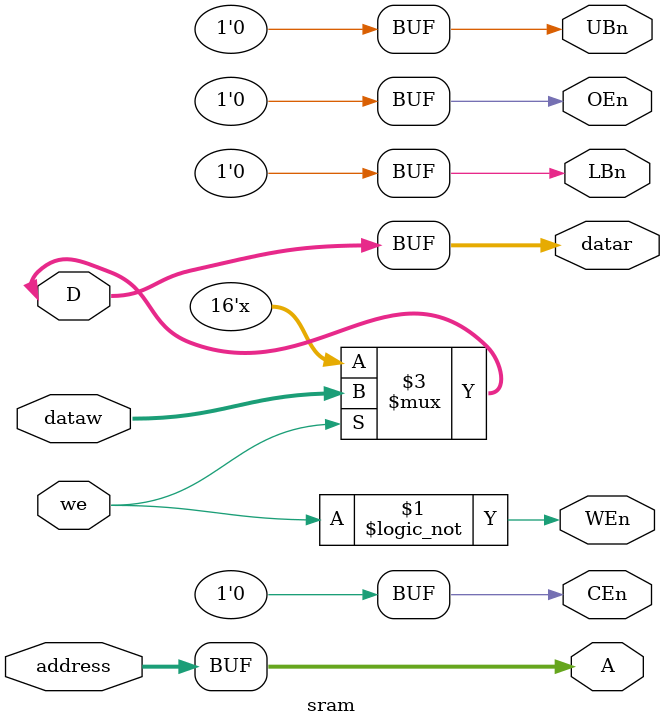
<source format=v>
`default_nettype none


module sram(
	// module interface	
	input[18:0] address,
	input[15:0] dataw,
	output[15:0] datar,
	input we,		
		
	// chip phisical interface
	output[18:0] A,
	inout [15:0] D,
	output CEn, WEn,OEn,LBn,UBn
);

assign CEn = 0;
assign LBn = 0;
assign UBn = 0;
assign OEn =0;

assign WEn = !we;
assign D = we==1? dataw:16'bz;
assign A = address;
assign datar = D;

endmodule


</source>
